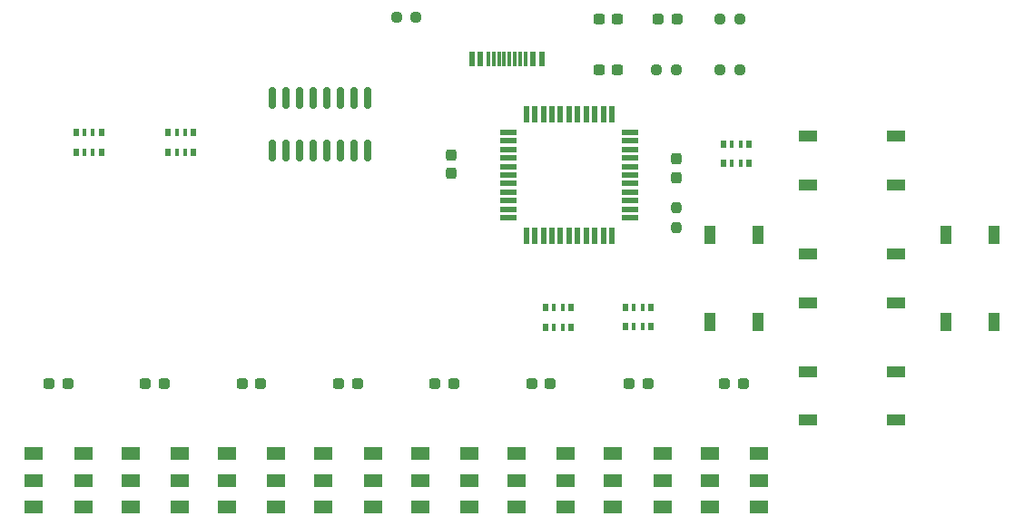
<source format=gtp>
G04 #@! TF.GenerationSoftware,KiCad,Pcbnew,7.0.5*
G04 #@! TF.CreationDate,2024-02-19T20:07:43+09:00*
G04 #@! TF.ProjectId,Board_v4,426f6172-645f-4763-942e-6b696361645f,0.3.0*
G04 #@! TF.SameCoordinates,PX2faf080PY6422c40*
G04 #@! TF.FileFunction,Paste,Top*
G04 #@! TF.FilePolarity,Positive*
%FSLAX46Y46*%
G04 Gerber Fmt 4.6, Leading zero omitted, Abs format (unit mm)*
G04 Created by KiCad (PCBNEW 7.0.5) date 2024-02-19 20:07:43*
%MOMM*%
%LPD*%
G01*
G04 APERTURE LIST*
G04 Aperture macros list*
%AMRoundRect*
0 Rectangle with rounded corners*
0 $1 Rounding radius*
0 $2 $3 $4 $5 $6 $7 $8 $9 X,Y pos of 4 corners*
0 Add a 4 corners polygon primitive as box body*
4,1,4,$2,$3,$4,$5,$6,$7,$8,$9,$2,$3,0*
0 Add four circle primitives for the rounded corners*
1,1,$1+$1,$2,$3*
1,1,$1+$1,$4,$5*
1,1,$1+$1,$6,$7*
1,1,$1+$1,$8,$9*
0 Add four rect primitives between the rounded corners*
20,1,$1+$1,$2,$3,$4,$5,0*
20,1,$1+$1,$4,$5,$6,$7,0*
20,1,$1+$1,$6,$7,$8,$9,0*
20,1,$1+$1,$8,$9,$2,$3,0*%
G04 Aperture macros list end*
%ADD10RoundRect,0.237500X-0.287500X-0.237500X0.287500X-0.237500X0.287500X0.237500X-0.287500X0.237500X0*%
%ADD11R,0.500000X0.800000*%
%ADD12R,0.400000X0.800000*%
%ADD13R,1.800000X1.200000*%
%ADD14RoundRect,0.237500X0.287500X0.237500X-0.287500X0.237500X-0.287500X-0.237500X0.287500X-0.237500X0*%
%ADD15RoundRect,0.237500X-0.250000X-0.237500X0.250000X-0.237500X0.250000X0.237500X-0.250000X0.237500X0*%
%ADD16RoundRect,0.237500X-0.300000X-0.237500X0.300000X-0.237500X0.300000X0.237500X-0.300000X0.237500X0*%
%ADD17R,0.600000X1.450000*%
%ADD18R,0.300000X1.450000*%
%ADD19RoundRect,0.237500X0.237500X-0.300000X0.237500X0.300000X-0.237500X0.300000X-0.237500X-0.300000X0*%
%ADD20RoundRect,0.237500X-0.237500X0.250000X-0.237500X-0.250000X0.237500X-0.250000X0.237500X0.250000X0*%
%ADD21RoundRect,0.150000X-0.150000X0.825000X-0.150000X-0.825000X0.150000X-0.825000X0.150000X0.825000X0*%
%ADD22R,1.000000X1.800000*%
%ADD23R,1.800000X1.000000*%
%ADD24R,1.500000X0.550000*%
%ADD25R,0.550000X1.500000*%
%ADD26RoundRect,0.237500X0.250000X0.237500X-0.250000X0.237500X-0.250000X-0.237500X0.250000X-0.237500X0*%
G04 APERTURE END LIST*
D10*
X24500000Y17000000D03*
X26250000Y17000000D03*
D11*
X69400000Y37600000D03*
D12*
X70200000Y37600000D03*
X71000000Y37600000D03*
D11*
X71800000Y37600000D03*
X71800000Y39400000D03*
D12*
X71000000Y39400000D03*
X70200000Y39400000D03*
D11*
X69400000Y39400000D03*
D13*
X5100000Y5500000D03*
X9700000Y5500000D03*
X5100000Y8000000D03*
X9700000Y8000000D03*
X5100000Y10500000D03*
X9700000Y10500000D03*
X23100000Y5500000D03*
X27700000Y5500000D03*
X23100000Y8000000D03*
X27700000Y8000000D03*
X23100000Y10500000D03*
X27700000Y10500000D03*
X32100000Y5500000D03*
X36700000Y5500000D03*
X32100000Y8000000D03*
X36700000Y8000000D03*
X32100000Y10500000D03*
X36700000Y10500000D03*
X41100000Y5500000D03*
X45700000Y5500000D03*
X41100000Y8000000D03*
X45700000Y8000000D03*
X41100000Y10500000D03*
X45700000Y10500000D03*
D11*
X17600000Y38650000D03*
D12*
X18400000Y38650000D03*
X19200000Y38650000D03*
D11*
X20000000Y38650000D03*
X20000000Y40450000D03*
D12*
X19200000Y40450000D03*
X18400000Y40450000D03*
D11*
X17600000Y40450000D03*
D10*
X42500000Y17000000D03*
X44250000Y17000000D03*
D14*
X65050000Y51100000D03*
X63300000Y51100000D03*
D15*
X69062500Y51100000D03*
X70887500Y51100000D03*
D16*
X57800000Y46300000D03*
X59525000Y46300000D03*
D17*
X52450000Y47305000D03*
X51650000Y47305000D03*
D18*
X50450000Y47305000D03*
X49450000Y47305000D03*
X48950000Y47305000D03*
X47950000Y47305000D03*
D17*
X46750000Y47305000D03*
X45950000Y47305000D03*
X45950000Y47305000D03*
X46750000Y47305000D03*
D18*
X47450000Y47305000D03*
X48450000Y47305000D03*
X49950000Y47305000D03*
X50950000Y47305000D03*
D17*
X51650000Y47305000D03*
X52450000Y47305000D03*
D19*
X65000000Y36275000D03*
X65000000Y38000000D03*
D20*
X65000000Y33412500D03*
X65000000Y31587500D03*
D13*
X14100000Y5500000D03*
X18700000Y5500000D03*
X14100000Y8000000D03*
X18700000Y8000000D03*
X14100000Y10500000D03*
X18700000Y10500000D03*
D21*
X36245000Y43725000D03*
X34975000Y43725000D03*
X33705000Y43725000D03*
X32435000Y43725000D03*
X31165000Y43725000D03*
X29895000Y43725000D03*
X28625000Y43725000D03*
X27355000Y43725000D03*
X27355000Y38775000D03*
X28625000Y38775000D03*
X29895000Y38775000D03*
X31165000Y38775000D03*
X32435000Y38775000D03*
X33705000Y38775000D03*
X34975000Y38775000D03*
X36245000Y38775000D03*
D22*
X68150000Y22750000D03*
X68150000Y30950000D03*
X72650000Y22750000D03*
X72650000Y30950000D03*
D23*
X77300000Y18100000D03*
X85500000Y18100000D03*
X77300000Y13600000D03*
X85500000Y13600000D03*
D13*
X59100000Y5500000D03*
X63700000Y5500000D03*
X59100000Y8000000D03*
X63700000Y8000000D03*
X59100000Y10500000D03*
X63700000Y10500000D03*
D11*
X9000000Y38650000D03*
D12*
X9800000Y38650000D03*
X10600000Y38650000D03*
D11*
X11400000Y38650000D03*
X11400000Y40450000D03*
D12*
X10600000Y40450000D03*
X9800000Y40450000D03*
D11*
X9000000Y40450000D03*
D10*
X15500000Y17000000D03*
X17250000Y17000000D03*
D23*
X77300000Y40100000D03*
X85500000Y40100000D03*
X77300000Y35600000D03*
X85500000Y35600000D03*
D24*
X49300000Y40500000D03*
X49300000Y39700000D03*
X49300000Y38900000D03*
X49300000Y38100000D03*
X49300000Y37300000D03*
X49300000Y36500000D03*
X49300000Y35700000D03*
X49300000Y34900000D03*
X49300000Y34100000D03*
X49300000Y33300000D03*
X49300000Y32500000D03*
D25*
X51000000Y30800000D03*
X51800000Y30800000D03*
X52600000Y30800000D03*
X53400000Y30800000D03*
X54200000Y30800000D03*
X55000000Y30800000D03*
X55800000Y30800000D03*
X56600000Y30800000D03*
X57400000Y30800000D03*
X58200000Y30800000D03*
X59000000Y30800000D03*
D24*
X60700000Y32500000D03*
X60700000Y33300000D03*
X60700000Y34100000D03*
X60700000Y34900000D03*
X60700000Y35700000D03*
X60700000Y36500000D03*
X60700000Y37300000D03*
X60700000Y38100000D03*
X60700000Y38900000D03*
X60700000Y39700000D03*
X60700000Y40500000D03*
D25*
X59000000Y42200000D03*
X58200000Y42200000D03*
X57400000Y42200000D03*
X56600000Y42200000D03*
X55800000Y42200000D03*
X55000000Y42200000D03*
X54200000Y42200000D03*
X53400000Y42200000D03*
X52600000Y42200000D03*
X51800000Y42200000D03*
X51000000Y42200000D03*
D11*
X60250000Y22350000D03*
D12*
X61050000Y22350000D03*
X61850000Y22350000D03*
D11*
X62650000Y22350000D03*
X62650000Y24150000D03*
D12*
X61850000Y24150000D03*
X61050000Y24150000D03*
D11*
X60250000Y24150000D03*
D10*
X60625000Y17000000D03*
X62375000Y17000000D03*
X6500000Y17000000D03*
X8250000Y17000000D03*
D13*
X68100000Y5500000D03*
X72700000Y5500000D03*
X68100000Y8000000D03*
X72700000Y8000000D03*
X68100000Y10500000D03*
X72700000Y10500000D03*
D19*
X44000000Y36637500D03*
X44000000Y38362500D03*
D15*
X69062500Y46300000D03*
X70887500Y46300000D03*
D13*
X50100000Y5500000D03*
X54700000Y5500000D03*
X50100000Y8000000D03*
X54700000Y8000000D03*
X50100000Y10500000D03*
X54700000Y10500000D03*
D15*
X63175000Y46300000D03*
X65000000Y46300000D03*
D10*
X33500000Y17000000D03*
X35250000Y17000000D03*
D16*
X57775000Y51100000D03*
X59500000Y51100000D03*
D10*
X51500000Y17000000D03*
X53250000Y17000000D03*
D23*
X77300000Y29100000D03*
X85500000Y29100000D03*
X77300000Y24600000D03*
X85500000Y24600000D03*
D11*
X52800000Y22300000D03*
D12*
X53600000Y22300000D03*
X54400000Y22300000D03*
D11*
X55200000Y22300000D03*
X55200000Y24100000D03*
D12*
X54400000Y24100000D03*
X53600000Y24100000D03*
D11*
X52800000Y24100000D03*
D26*
X40712500Y51200000D03*
X38887500Y51200000D03*
D10*
X69500000Y17000000D03*
X71250000Y17000000D03*
D22*
X90150000Y22750000D03*
X90150000Y30950000D03*
X94650000Y22750000D03*
X94650000Y30950000D03*
M02*

</source>
